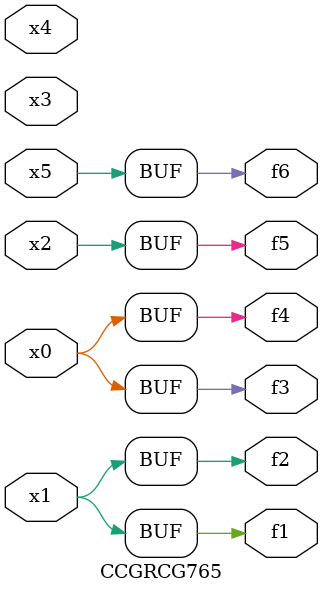
<source format=v>
module CCGRCG765(
	input x0, x1, x2, x3, x4, x5,
	output f1, f2, f3, f4, f5, f6
);
	assign f1 = x1;
	assign f2 = x1;
	assign f3 = x0;
	assign f4 = x0;
	assign f5 = x2;
	assign f6 = x5;
endmodule

</source>
